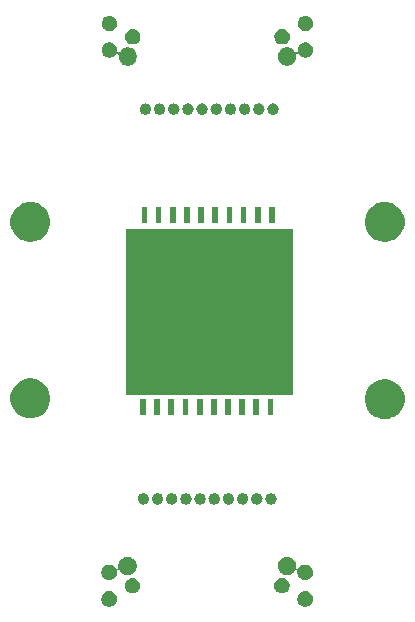
<source format=gbr>
G04 #@! TF.GenerationSoftware,KiCad,Pcbnew,(5.1.0)-1*
G04 #@! TF.CreationDate,2021-08-05T13:01:27-06:00*
G04 #@! TF.ProjectId,_autosave-Igloo19,5f617574-6f73-4617-9665-2d49676c6f6f,rev?*
G04 #@! TF.SameCoordinates,Original*
G04 #@! TF.FileFunction,Soldermask,Top*
G04 #@! TF.FilePolarity,Negative*
%FSLAX46Y46*%
G04 Gerber Fmt 4.6, Leading zero omitted, Abs format (unit mm)*
G04 Created by KiCad (PCBNEW (5.1.0)-1) date 2021-08-05 13:01:27*
%MOMM*%
%LPD*%
G04 APERTURE LIST*
%ADD10C,0.100000*%
%ADD11C,0.500000*%
G04 APERTURE END LIST*
D10*
G36*
X186190000Y-82550000D02*
G01*
X172120000Y-82550000D01*
X172120000Y-68580000D01*
X186190000Y-68580000D01*
X186190000Y-82550000D01*
G37*
X186190000Y-82550000D02*
X172120000Y-82550000D01*
X172120000Y-68580000D01*
X186190000Y-68580000D01*
X186190000Y-82550000D01*
D11*
X173990000Y-58440000D02*
G75*
G03X173990000Y-58440000I-250000J0D01*
G01*
X175190000Y-58440000D02*
G75*
G03X175190000Y-58440000I-250000J0D01*
G01*
X176390000Y-58440000D02*
G75*
G03X176390000Y-58440000I-250000J0D01*
G01*
X177590000Y-58440000D02*
G75*
G03X177590000Y-58440000I-250000J0D01*
G01*
X178790000Y-58440000D02*
G75*
G03X178790000Y-58440000I-250000J0D01*
G01*
X179990000Y-58440000D02*
G75*
G03X179990000Y-58440000I-250000J0D01*
G01*
X181190000Y-58440000D02*
G75*
G03X181190000Y-58440000I-250000J0D01*
G01*
X182390000Y-58440000D02*
G75*
G03X182390000Y-58440000I-250000J0D01*
G01*
X183590000Y-58440000D02*
G75*
G03X183590000Y-58440000I-250000J0D01*
G01*
X184790000Y-58440000D02*
G75*
G03X184790000Y-58440000I-250000J0D01*
G01*
X173820000Y-91440000D02*
G75*
G03X173820000Y-91440000I-250000J0D01*
G01*
X175020000Y-91440000D02*
G75*
G03X175020000Y-91440000I-250000J0D01*
G01*
X176220000Y-91440000D02*
G75*
G03X176220000Y-91440000I-250000J0D01*
G01*
X177420000Y-91440000D02*
G75*
G03X177420000Y-91440000I-250000J0D01*
G01*
X178620000Y-91440000D02*
G75*
G03X178620000Y-91440000I-250000J0D01*
G01*
X179820000Y-91440000D02*
G75*
G03X179820000Y-91440000I-250000J0D01*
G01*
X181020000Y-91440000D02*
G75*
G03X181020000Y-91440000I-250000J0D01*
G01*
X182220000Y-91440000D02*
G75*
G03X182220000Y-91440000I-250000J0D01*
G01*
X183420000Y-91440000D02*
G75*
G03X183420000Y-91440000I-250000J0D01*
G01*
X184620000Y-91440000D02*
G75*
G03X184620000Y-91440000I-250000J0D01*
G01*
D10*
G36*
X187461055Y-99270171D02*
G01*
X187580257Y-99319546D01*
X187580259Y-99319547D01*
X187687538Y-99391228D01*
X187778772Y-99482462D01*
X187850453Y-99589741D01*
X187850454Y-99589743D01*
X187899829Y-99708945D01*
X187925000Y-99835487D01*
X187925000Y-99964513D01*
X187899829Y-100091055D01*
X187850454Y-100210257D01*
X187850453Y-100210259D01*
X187778772Y-100317538D01*
X187687538Y-100408772D01*
X187580259Y-100480453D01*
X187580258Y-100480454D01*
X187580257Y-100480454D01*
X187461055Y-100529829D01*
X187334513Y-100555000D01*
X187205487Y-100555000D01*
X187078945Y-100529829D01*
X186959743Y-100480454D01*
X186959742Y-100480454D01*
X186959741Y-100480453D01*
X186852462Y-100408772D01*
X186761228Y-100317538D01*
X186689547Y-100210259D01*
X186689546Y-100210257D01*
X186640171Y-100091055D01*
X186615000Y-99964513D01*
X186615000Y-99835487D01*
X186640171Y-99708945D01*
X186689546Y-99589743D01*
X186689547Y-99589741D01*
X186761228Y-99482462D01*
X186852462Y-99391228D01*
X186959741Y-99319547D01*
X186959743Y-99319546D01*
X187078945Y-99270171D01*
X187205487Y-99245000D01*
X187334513Y-99245000D01*
X187461055Y-99270171D01*
X187461055Y-99270171D01*
G37*
G36*
X170861055Y-99270171D02*
G01*
X170980257Y-99319546D01*
X170980259Y-99319547D01*
X171087538Y-99391228D01*
X171178772Y-99482462D01*
X171250453Y-99589741D01*
X171250454Y-99589743D01*
X171299829Y-99708945D01*
X171325000Y-99835487D01*
X171325000Y-99964513D01*
X171299829Y-100091055D01*
X171250454Y-100210257D01*
X171250453Y-100210259D01*
X171178772Y-100317538D01*
X171087538Y-100408772D01*
X170980259Y-100480453D01*
X170980258Y-100480454D01*
X170980257Y-100480454D01*
X170861055Y-100529829D01*
X170734513Y-100555000D01*
X170605487Y-100555000D01*
X170478945Y-100529829D01*
X170359743Y-100480454D01*
X170359742Y-100480454D01*
X170359741Y-100480453D01*
X170252462Y-100408772D01*
X170161228Y-100317538D01*
X170089547Y-100210259D01*
X170089546Y-100210257D01*
X170040171Y-100091055D01*
X170015000Y-99964513D01*
X170015000Y-99835487D01*
X170040171Y-99708945D01*
X170089546Y-99589743D01*
X170089547Y-99589741D01*
X170161228Y-99482462D01*
X170252462Y-99391228D01*
X170359741Y-99319547D01*
X170359743Y-99319546D01*
X170478945Y-99270171D01*
X170605487Y-99245000D01*
X170734513Y-99245000D01*
X170861055Y-99270171D01*
X170861055Y-99270171D01*
G37*
G36*
X172836055Y-98150171D02*
G01*
X172955257Y-98199546D01*
X172955259Y-98199547D01*
X173062538Y-98271228D01*
X173153772Y-98362462D01*
X173225453Y-98469741D01*
X173225454Y-98469743D01*
X173274829Y-98588945D01*
X173300000Y-98715487D01*
X173300000Y-98844513D01*
X173274829Y-98971055D01*
X173225454Y-99090257D01*
X173225453Y-99090259D01*
X173153772Y-99197538D01*
X173062538Y-99288772D01*
X172955259Y-99360453D01*
X172955258Y-99360454D01*
X172955257Y-99360454D01*
X172836055Y-99409829D01*
X172709513Y-99435000D01*
X172580487Y-99435000D01*
X172453945Y-99409829D01*
X172334743Y-99360454D01*
X172334742Y-99360454D01*
X172334741Y-99360453D01*
X172227462Y-99288772D01*
X172136228Y-99197538D01*
X172064547Y-99090259D01*
X172064546Y-99090257D01*
X172015171Y-98971055D01*
X171990000Y-98844513D01*
X171990000Y-98715487D01*
X172015171Y-98588945D01*
X172064546Y-98469743D01*
X172064547Y-98469741D01*
X172136228Y-98362462D01*
X172227462Y-98271228D01*
X172334741Y-98199547D01*
X172334743Y-98199546D01*
X172453945Y-98150171D01*
X172580487Y-98125000D01*
X172709513Y-98125000D01*
X172836055Y-98150171D01*
X172836055Y-98150171D01*
G37*
G36*
X185486055Y-98150171D02*
G01*
X185605257Y-98199546D01*
X185605259Y-98199547D01*
X185712538Y-98271228D01*
X185803772Y-98362462D01*
X185875453Y-98469741D01*
X185875454Y-98469743D01*
X185924829Y-98588945D01*
X185950000Y-98715487D01*
X185950000Y-98844513D01*
X185924829Y-98971055D01*
X185875454Y-99090257D01*
X185875453Y-99090259D01*
X185803772Y-99197538D01*
X185712538Y-99288772D01*
X185605259Y-99360453D01*
X185605258Y-99360454D01*
X185605257Y-99360454D01*
X185486055Y-99409829D01*
X185359513Y-99435000D01*
X185230487Y-99435000D01*
X185103945Y-99409829D01*
X184984743Y-99360454D01*
X184984742Y-99360454D01*
X184984741Y-99360453D01*
X184877462Y-99288772D01*
X184786228Y-99197538D01*
X184714547Y-99090259D01*
X184714546Y-99090257D01*
X184665171Y-98971055D01*
X184640000Y-98844513D01*
X184640000Y-98715487D01*
X184665171Y-98588945D01*
X184714546Y-98469743D01*
X184714547Y-98469741D01*
X184786228Y-98362462D01*
X184877462Y-98271228D01*
X184984741Y-98199547D01*
X184984743Y-98199546D01*
X185103945Y-98150171D01*
X185230487Y-98125000D01*
X185359513Y-98125000D01*
X185486055Y-98150171D01*
X185486055Y-98150171D01*
G37*
G36*
X185946348Y-96353820D02*
G01*
X185946350Y-96353821D01*
X185946351Y-96353821D01*
X186087574Y-96412317D01*
X186087577Y-96412319D01*
X186214669Y-96497239D01*
X186322761Y-96605331D01*
X186407681Y-96732423D01*
X186407683Y-96732426D01*
X186466179Y-96873649D01*
X186466180Y-96873652D01*
X186496000Y-97023569D01*
X186496000Y-97176432D01*
X186490303Y-97205074D01*
X186487901Y-97229460D01*
X186490303Y-97253846D01*
X186497416Y-97277295D01*
X186508968Y-97298905D01*
X186524513Y-97317847D01*
X186543455Y-97333392D01*
X186565066Y-97344943D01*
X186588515Y-97352056D01*
X186612901Y-97354458D01*
X186637287Y-97352056D01*
X186660736Y-97344943D01*
X186682346Y-97333391D01*
X186701288Y-97317846D01*
X186716833Y-97298904D01*
X186761226Y-97232465D01*
X186761228Y-97232462D01*
X186852462Y-97141228D01*
X186959741Y-97069547D01*
X186959743Y-97069546D01*
X187078945Y-97020171D01*
X187205487Y-96995000D01*
X187334513Y-96995000D01*
X187461055Y-97020171D01*
X187580257Y-97069546D01*
X187580259Y-97069547D01*
X187687538Y-97141228D01*
X187778772Y-97232462D01*
X187850453Y-97339741D01*
X187850454Y-97339743D01*
X187899829Y-97458945D01*
X187925000Y-97585487D01*
X187925000Y-97714513D01*
X187899829Y-97841055D01*
X187897706Y-97846180D01*
X187850453Y-97960259D01*
X187778772Y-98067538D01*
X187687538Y-98158772D01*
X187580259Y-98230453D01*
X187580258Y-98230454D01*
X187580257Y-98230454D01*
X187461055Y-98279829D01*
X187334513Y-98305000D01*
X187205487Y-98305000D01*
X187078945Y-98279829D01*
X186959743Y-98230454D01*
X186959742Y-98230454D01*
X186959741Y-98230453D01*
X186852462Y-98158772D01*
X186761228Y-98067538D01*
X186689547Y-97960259D01*
X186642294Y-97846180D01*
X186640171Y-97841055D01*
X186615000Y-97714513D01*
X186615000Y-97578709D01*
X186616079Y-97567755D01*
X186613678Y-97543369D01*
X186606565Y-97519920D01*
X186595014Y-97498309D01*
X186579469Y-97479367D01*
X186560528Y-97463821D01*
X186538917Y-97452270D01*
X186515468Y-97445156D01*
X186491082Y-97442754D01*
X186466696Y-97445155D01*
X186443247Y-97452268D01*
X186421636Y-97463819D01*
X186402694Y-97479364D01*
X186387147Y-97498308D01*
X186322761Y-97594669D01*
X186214669Y-97702761D01*
X186087577Y-97787681D01*
X186087574Y-97787683D01*
X185946351Y-97846179D01*
X185946350Y-97846179D01*
X185946348Y-97846180D01*
X185796431Y-97876000D01*
X185643569Y-97876000D01*
X185493652Y-97846180D01*
X185493650Y-97846179D01*
X185493649Y-97846179D01*
X185352426Y-97787683D01*
X185352423Y-97787681D01*
X185225331Y-97702761D01*
X185117239Y-97594669D01*
X185032319Y-97467577D01*
X185032317Y-97467574D01*
X184973821Y-97326351D01*
X184968362Y-97298905D01*
X184944000Y-97176431D01*
X184944000Y-97023569D01*
X184973820Y-96873652D01*
X184973821Y-96873649D01*
X185032317Y-96732426D01*
X185032319Y-96732423D01*
X185117239Y-96605331D01*
X185225331Y-96497239D01*
X185352423Y-96412319D01*
X185352426Y-96412317D01*
X185493649Y-96353821D01*
X185493650Y-96353821D01*
X185493652Y-96353820D01*
X185643569Y-96324000D01*
X185796431Y-96324000D01*
X185946348Y-96353820D01*
X185946348Y-96353820D01*
G37*
G36*
X172446348Y-96353820D02*
G01*
X172446350Y-96353821D01*
X172446351Y-96353821D01*
X172587574Y-96412317D01*
X172587577Y-96412319D01*
X172714669Y-96497239D01*
X172822761Y-96605331D01*
X172907681Y-96732423D01*
X172907683Y-96732426D01*
X172966179Y-96873649D01*
X172966180Y-96873652D01*
X172996000Y-97023569D01*
X172996000Y-97176431D01*
X172971639Y-97298905D01*
X172966179Y-97326351D01*
X172907683Y-97467574D01*
X172907681Y-97467577D01*
X172822761Y-97594669D01*
X172714669Y-97702761D01*
X172587577Y-97787681D01*
X172587574Y-97787683D01*
X172446351Y-97846179D01*
X172446350Y-97846179D01*
X172446348Y-97846180D01*
X172296431Y-97876000D01*
X172143569Y-97876000D01*
X171993652Y-97846180D01*
X171993650Y-97846179D01*
X171993649Y-97846179D01*
X171852426Y-97787683D01*
X171852423Y-97787681D01*
X171725331Y-97702761D01*
X171617239Y-97594669D01*
X171552853Y-97498308D01*
X171537308Y-97479366D01*
X171518366Y-97463820D01*
X171496755Y-97452269D01*
X171473307Y-97445156D01*
X171448920Y-97442754D01*
X171424534Y-97445156D01*
X171401085Y-97452269D01*
X171379475Y-97463820D01*
X171360533Y-97479365D01*
X171344987Y-97498307D01*
X171333436Y-97519918D01*
X171326323Y-97543366D01*
X171323921Y-97567753D01*
X171325000Y-97578708D01*
X171325000Y-97714513D01*
X171299829Y-97841055D01*
X171297706Y-97846180D01*
X171250453Y-97960259D01*
X171178772Y-98067538D01*
X171087538Y-98158772D01*
X170980259Y-98230453D01*
X170980258Y-98230454D01*
X170980257Y-98230454D01*
X170861055Y-98279829D01*
X170734513Y-98305000D01*
X170605487Y-98305000D01*
X170478945Y-98279829D01*
X170359743Y-98230454D01*
X170359742Y-98230454D01*
X170359741Y-98230453D01*
X170252462Y-98158772D01*
X170161228Y-98067538D01*
X170089547Y-97960259D01*
X170042294Y-97846180D01*
X170040171Y-97841055D01*
X170015000Y-97714513D01*
X170015000Y-97585487D01*
X170040171Y-97458945D01*
X170089546Y-97339743D01*
X170089547Y-97339741D01*
X170161228Y-97232462D01*
X170252462Y-97141228D01*
X170359741Y-97069547D01*
X170359743Y-97069546D01*
X170478945Y-97020171D01*
X170605487Y-96995000D01*
X170734513Y-96995000D01*
X170861055Y-97020171D01*
X170980257Y-97069546D01*
X170980259Y-97069547D01*
X171087538Y-97141228D01*
X171178772Y-97232462D01*
X171178774Y-97232465D01*
X171223167Y-97298904D01*
X171238712Y-97317846D01*
X171257654Y-97333392D01*
X171279265Y-97344943D01*
X171302714Y-97352056D01*
X171327100Y-97354458D01*
X171351486Y-97352056D01*
X171374935Y-97344943D01*
X171396545Y-97333392D01*
X171415487Y-97317847D01*
X171431033Y-97298905D01*
X171442584Y-97277294D01*
X171449697Y-97253845D01*
X171452099Y-97229459D01*
X171449697Y-97205074D01*
X171444000Y-97176432D01*
X171444000Y-97023569D01*
X171473820Y-96873652D01*
X171473821Y-96873649D01*
X171532317Y-96732426D01*
X171532319Y-96732423D01*
X171617239Y-96605331D01*
X171725331Y-96497239D01*
X171852423Y-96412319D01*
X171852426Y-96412317D01*
X171993649Y-96353821D01*
X171993650Y-96353821D01*
X171993652Y-96353820D01*
X172143569Y-96324000D01*
X172296431Y-96324000D01*
X172446348Y-96353820D01*
X172446348Y-96353820D01*
G37*
G36*
X194328337Y-81339338D02*
G01*
X194490913Y-81371677D01*
X194617780Y-81424227D01*
X194797198Y-81498544D01*
X194797199Y-81498545D01*
X195072850Y-81682729D01*
X195307271Y-81917150D01*
X195307272Y-81917152D01*
X195491456Y-82192802D01*
X195618323Y-82499088D01*
X195683000Y-82824238D01*
X195683000Y-83155762D01*
X195618323Y-83480912D01*
X195491456Y-83787198D01*
X195491455Y-83787199D01*
X195307271Y-84062850D01*
X195072850Y-84297271D01*
X194999922Y-84346000D01*
X194797198Y-84481456D01*
X194659908Y-84538323D01*
X194490913Y-84608323D01*
X194328337Y-84640661D01*
X194165762Y-84673000D01*
X193834238Y-84673000D01*
X193671663Y-84640662D01*
X193509087Y-84608323D01*
X193340092Y-84538323D01*
X193202802Y-84481456D01*
X193000078Y-84346000D01*
X192927150Y-84297271D01*
X192692729Y-84062850D01*
X192508545Y-83787199D01*
X192508544Y-83787198D01*
X192381677Y-83480912D01*
X192317000Y-83155762D01*
X192317000Y-82824238D01*
X192381677Y-82499088D01*
X192508544Y-82192802D01*
X192692728Y-81917152D01*
X192692729Y-81917150D01*
X192927150Y-81682729D01*
X193202801Y-81498545D01*
X193202802Y-81498544D01*
X193382220Y-81424227D01*
X193509087Y-81371677D01*
X193671663Y-81339339D01*
X193834238Y-81307000D01*
X194165762Y-81307000D01*
X194328337Y-81339338D01*
X194328337Y-81339338D01*
G37*
G36*
X164328337Y-81269338D02*
G01*
X164490913Y-81301677D01*
X164617780Y-81354227D01*
X164797198Y-81428544D01*
X164934088Y-81520011D01*
X165072850Y-81612729D01*
X165307271Y-81847150D01*
X165307272Y-81847152D01*
X165491456Y-82122802D01*
X165618323Y-82429088D01*
X165683000Y-82754238D01*
X165683000Y-83085762D01*
X165618323Y-83410912D01*
X165491456Y-83717198D01*
X165491455Y-83717199D01*
X165307271Y-83992850D01*
X165072850Y-84227271D01*
X164968086Y-84297272D01*
X164797198Y-84411456D01*
X164628204Y-84481455D01*
X164490913Y-84538323D01*
X164328337Y-84570661D01*
X164165762Y-84603000D01*
X163834238Y-84603000D01*
X163671663Y-84570661D01*
X163509087Y-84538323D01*
X163371796Y-84481455D01*
X163202802Y-84411456D01*
X163031914Y-84297272D01*
X162927150Y-84227271D01*
X162692729Y-83992850D01*
X162508545Y-83717199D01*
X162508544Y-83717198D01*
X162381677Y-83410912D01*
X162317000Y-83085762D01*
X162317000Y-82754238D01*
X162381677Y-82429088D01*
X162508544Y-82122802D01*
X162692728Y-81847152D01*
X162692729Y-81847150D01*
X162927150Y-81612729D01*
X163065912Y-81520011D01*
X163202802Y-81428544D01*
X163382220Y-81354227D01*
X163509087Y-81301677D01*
X163671663Y-81269339D01*
X163834238Y-81237000D01*
X164165762Y-81237000D01*
X164328337Y-81269338D01*
X164328337Y-81269338D01*
G37*
G36*
X184575000Y-84346000D02*
G01*
X184092000Y-84346000D01*
X184092000Y-82994000D01*
X184575000Y-82994000D01*
X184575000Y-84346000D01*
X184575000Y-84346000D01*
G37*
G36*
X173775000Y-84346000D02*
G01*
X173292000Y-84346000D01*
X173292000Y-82994000D01*
X173775000Y-82994000D01*
X173775000Y-84346000D01*
X173775000Y-84346000D01*
G37*
G36*
X174975000Y-84346000D02*
G01*
X174492000Y-84346000D01*
X174492000Y-82994000D01*
X174975000Y-82994000D01*
X174975000Y-84346000D01*
X174975000Y-84346000D01*
G37*
G36*
X176175000Y-84346000D02*
G01*
X175692000Y-84346000D01*
X175692000Y-82994000D01*
X176175000Y-82994000D01*
X176175000Y-84346000D01*
X176175000Y-84346000D01*
G37*
G36*
X177375000Y-84346000D02*
G01*
X176892000Y-84346000D01*
X176892000Y-82994000D01*
X177375000Y-82994000D01*
X177375000Y-84346000D01*
X177375000Y-84346000D01*
G37*
G36*
X178575000Y-84346000D02*
G01*
X178092000Y-84346000D01*
X178092000Y-82994000D01*
X178575000Y-82994000D01*
X178575000Y-84346000D01*
X178575000Y-84346000D01*
G37*
G36*
X179775000Y-84346000D02*
G01*
X179292000Y-84346000D01*
X179292000Y-82994000D01*
X179775000Y-82994000D01*
X179775000Y-84346000D01*
X179775000Y-84346000D01*
G37*
G36*
X180975000Y-84346000D02*
G01*
X180492000Y-84346000D01*
X180492000Y-82994000D01*
X180975000Y-82994000D01*
X180975000Y-84346000D01*
X180975000Y-84346000D01*
G37*
G36*
X182175000Y-84346000D02*
G01*
X181692000Y-84346000D01*
X181692000Y-82994000D01*
X182175000Y-82994000D01*
X182175000Y-84346000D01*
X182175000Y-84346000D01*
G37*
G36*
X183375000Y-84346000D02*
G01*
X182892000Y-84346000D01*
X182892000Y-82994000D01*
X183375000Y-82994000D01*
X183375000Y-84346000D01*
X183375000Y-84346000D01*
G37*
G36*
X194328337Y-66339338D02*
G01*
X194490913Y-66371677D01*
X194617780Y-66424227D01*
X194797198Y-66498544D01*
X194797199Y-66498545D01*
X195072850Y-66682729D01*
X195307271Y-66917150D01*
X195307272Y-66917152D01*
X195491456Y-67192802D01*
X195618323Y-67499088D01*
X195683000Y-67824238D01*
X195683000Y-68155762D01*
X195618323Y-68480912D01*
X195491456Y-68787198D01*
X195491455Y-68787199D01*
X195307271Y-69062850D01*
X195072850Y-69297271D01*
X194934088Y-69389989D01*
X194797198Y-69481456D01*
X194617780Y-69555773D01*
X194490913Y-69608323D01*
X194328337Y-69640661D01*
X194165762Y-69673000D01*
X193834238Y-69673000D01*
X193671663Y-69640661D01*
X193509087Y-69608323D01*
X193382220Y-69555773D01*
X193202802Y-69481456D01*
X193065912Y-69389989D01*
X192927150Y-69297271D01*
X192692729Y-69062850D01*
X192508545Y-68787199D01*
X192508544Y-68787198D01*
X192381677Y-68480912D01*
X192317000Y-68155762D01*
X192317000Y-67824238D01*
X192381677Y-67499088D01*
X192508544Y-67192802D01*
X192692728Y-66917152D01*
X192692729Y-66917150D01*
X192927150Y-66682729D01*
X193202801Y-66498545D01*
X193202802Y-66498544D01*
X193382220Y-66424227D01*
X193509087Y-66371677D01*
X193671663Y-66339338D01*
X193834238Y-66307000D01*
X194165762Y-66307000D01*
X194328337Y-66339338D01*
X194328337Y-66339338D01*
G37*
G36*
X164328337Y-66339338D02*
G01*
X164490913Y-66371677D01*
X164617780Y-66424227D01*
X164797198Y-66498544D01*
X164797199Y-66498545D01*
X165072850Y-66682729D01*
X165307271Y-66917150D01*
X165307272Y-66917152D01*
X165491456Y-67192802D01*
X165618323Y-67499088D01*
X165683000Y-67824238D01*
X165683000Y-68155762D01*
X165618323Y-68480912D01*
X165491456Y-68787198D01*
X165491455Y-68787199D01*
X165307271Y-69062850D01*
X165072850Y-69297271D01*
X164934088Y-69389989D01*
X164797198Y-69481456D01*
X164617780Y-69555773D01*
X164490913Y-69608323D01*
X164328337Y-69640661D01*
X164165762Y-69673000D01*
X163834238Y-69673000D01*
X163671663Y-69640661D01*
X163509087Y-69608323D01*
X163382220Y-69555773D01*
X163202802Y-69481456D01*
X163065912Y-69389989D01*
X162927150Y-69297271D01*
X162692729Y-69062850D01*
X162508545Y-68787199D01*
X162508544Y-68787198D01*
X162381677Y-68480912D01*
X162317000Y-68155762D01*
X162317000Y-67824238D01*
X162381677Y-67499088D01*
X162508544Y-67192802D01*
X162692728Y-66917152D01*
X162692729Y-66917150D01*
X162927150Y-66682729D01*
X163202801Y-66498545D01*
X163202802Y-66498544D01*
X163382220Y-66424227D01*
X163509087Y-66371677D01*
X163671663Y-66339338D01*
X163834238Y-66307000D01*
X164165762Y-66307000D01*
X164328337Y-66339338D01*
X164328337Y-66339338D01*
G37*
G36*
X181095000Y-68086000D02*
G01*
X180612000Y-68086000D01*
X180612000Y-66734000D01*
X181095000Y-66734000D01*
X181095000Y-68086000D01*
X181095000Y-68086000D01*
G37*
G36*
X184695000Y-68086000D02*
G01*
X184212000Y-68086000D01*
X184212000Y-66734000D01*
X184695000Y-66734000D01*
X184695000Y-68086000D01*
X184695000Y-68086000D01*
G37*
G36*
X183495000Y-68086000D02*
G01*
X183012000Y-68086000D01*
X183012000Y-66734000D01*
X183495000Y-66734000D01*
X183495000Y-68086000D01*
X183495000Y-68086000D01*
G37*
G36*
X182295000Y-68086000D02*
G01*
X181812000Y-68086000D01*
X181812000Y-66734000D01*
X182295000Y-66734000D01*
X182295000Y-68086000D01*
X182295000Y-68086000D01*
G37*
G36*
X179895000Y-68086000D02*
G01*
X179412000Y-68086000D01*
X179412000Y-66734000D01*
X179895000Y-66734000D01*
X179895000Y-68086000D01*
X179895000Y-68086000D01*
G37*
G36*
X178695000Y-68086000D02*
G01*
X178212000Y-68086000D01*
X178212000Y-66734000D01*
X178695000Y-66734000D01*
X178695000Y-68086000D01*
X178695000Y-68086000D01*
G37*
G36*
X173895000Y-68086000D02*
G01*
X173412000Y-68086000D01*
X173412000Y-66734000D01*
X173895000Y-66734000D01*
X173895000Y-68086000D01*
X173895000Y-68086000D01*
G37*
G36*
X175095000Y-68086000D02*
G01*
X174612000Y-68086000D01*
X174612000Y-66734000D01*
X175095000Y-66734000D01*
X175095000Y-68086000D01*
X175095000Y-68086000D01*
G37*
G36*
X176295000Y-68086000D02*
G01*
X175812000Y-68086000D01*
X175812000Y-66734000D01*
X176295000Y-66734000D01*
X176295000Y-68086000D01*
X176295000Y-68086000D01*
G37*
G36*
X177495000Y-68086000D02*
G01*
X177012000Y-68086000D01*
X177012000Y-66734000D01*
X177495000Y-66734000D01*
X177495000Y-68086000D01*
X177495000Y-68086000D01*
G37*
G36*
X187481055Y-52800171D02*
G01*
X187600257Y-52849546D01*
X187600259Y-52849547D01*
X187707538Y-52921228D01*
X187798772Y-53012462D01*
X187870453Y-53119741D01*
X187870454Y-53119743D01*
X187919829Y-53238945D01*
X187945000Y-53365487D01*
X187945000Y-53494513D01*
X187919829Y-53621055D01*
X187913122Y-53637246D01*
X187870453Y-53740259D01*
X187798772Y-53847538D01*
X187707538Y-53938772D01*
X187600259Y-54010453D01*
X187600258Y-54010454D01*
X187600257Y-54010454D01*
X187481055Y-54059829D01*
X187354513Y-54085000D01*
X187225487Y-54085000D01*
X187098945Y-54059829D01*
X186979743Y-54010454D01*
X186979742Y-54010454D01*
X186979741Y-54010453D01*
X186872462Y-53938772D01*
X186781228Y-53847538D01*
X186736833Y-53781096D01*
X186721288Y-53762154D01*
X186702346Y-53746608D01*
X186680735Y-53735057D01*
X186657286Y-53727944D01*
X186632900Y-53725542D01*
X186608514Y-53727944D01*
X186585065Y-53735057D01*
X186563455Y-53746608D01*
X186544513Y-53762153D01*
X186528967Y-53781095D01*
X186517416Y-53802706D01*
X186510303Y-53826155D01*
X186507901Y-53850541D01*
X186510303Y-53874926D01*
X186516000Y-53903568D01*
X186516000Y-54056429D01*
X186486179Y-54206351D01*
X186427683Y-54347574D01*
X186427681Y-54347577D01*
X186342761Y-54474669D01*
X186234669Y-54582761D01*
X186107577Y-54667681D01*
X186107574Y-54667683D01*
X185966351Y-54726179D01*
X185966350Y-54726179D01*
X185966348Y-54726180D01*
X185816431Y-54756000D01*
X185663569Y-54756000D01*
X185513652Y-54726180D01*
X185513650Y-54726179D01*
X185513649Y-54726179D01*
X185372426Y-54667683D01*
X185372423Y-54667681D01*
X185245331Y-54582761D01*
X185137239Y-54474669D01*
X185052319Y-54347577D01*
X185052317Y-54347574D01*
X184993821Y-54206351D01*
X184964000Y-54056429D01*
X184964000Y-53903569D01*
X184993820Y-53753652D01*
X184996737Y-53746609D01*
X185052317Y-53612426D01*
X185060195Y-53600636D01*
X185137239Y-53485331D01*
X185245331Y-53377239D01*
X185372423Y-53292319D01*
X185372426Y-53292317D01*
X185513649Y-53233821D01*
X185513650Y-53233821D01*
X185513652Y-53233820D01*
X185663569Y-53204000D01*
X185816431Y-53204000D01*
X185966348Y-53233820D01*
X185966350Y-53233821D01*
X185966351Y-53233821D01*
X186107574Y-53292317D01*
X186107577Y-53292319D01*
X186234669Y-53377239D01*
X186342761Y-53485331D01*
X186407147Y-53581692D01*
X186422692Y-53600634D01*
X186441634Y-53616180D01*
X186463245Y-53627731D01*
X186486693Y-53634844D01*
X186511080Y-53637246D01*
X186535466Y-53634844D01*
X186558915Y-53627731D01*
X186580525Y-53616180D01*
X186599467Y-53600635D01*
X186615013Y-53581693D01*
X186626564Y-53560082D01*
X186633677Y-53536634D01*
X186636079Y-53512247D01*
X186635000Y-53501292D01*
X186635000Y-53365487D01*
X186660171Y-53238945D01*
X186709546Y-53119743D01*
X186709547Y-53119741D01*
X186781228Y-53012462D01*
X186872462Y-52921228D01*
X186979741Y-52849547D01*
X186979743Y-52849546D01*
X187098945Y-52800171D01*
X187225487Y-52775000D01*
X187354513Y-52775000D01*
X187481055Y-52800171D01*
X187481055Y-52800171D01*
G37*
G36*
X170881055Y-52800171D02*
G01*
X171000257Y-52849546D01*
X171000259Y-52849547D01*
X171107538Y-52921228D01*
X171198772Y-53012462D01*
X171270453Y-53119741D01*
X171270454Y-53119743D01*
X171319829Y-53238945D01*
X171345000Y-53365487D01*
X171345000Y-53501291D01*
X171343921Y-53512245D01*
X171346322Y-53536631D01*
X171353435Y-53560080D01*
X171364986Y-53581691D01*
X171380531Y-53600633D01*
X171399472Y-53616179D01*
X171421083Y-53627730D01*
X171444532Y-53634844D01*
X171468918Y-53637246D01*
X171493304Y-53634845D01*
X171516753Y-53627732D01*
X171538364Y-53616181D01*
X171557306Y-53600636D01*
X171572853Y-53581692D01*
X171637239Y-53485331D01*
X171745331Y-53377239D01*
X171872423Y-53292319D01*
X171872426Y-53292317D01*
X172013649Y-53233821D01*
X172013650Y-53233821D01*
X172013652Y-53233820D01*
X172163569Y-53204000D01*
X172316431Y-53204000D01*
X172466348Y-53233820D01*
X172466350Y-53233821D01*
X172466351Y-53233821D01*
X172607574Y-53292317D01*
X172607577Y-53292319D01*
X172734669Y-53377239D01*
X172842761Y-53485331D01*
X172919805Y-53600636D01*
X172927683Y-53612426D01*
X172983263Y-53746609D01*
X172986180Y-53753652D01*
X173016000Y-53903569D01*
X173016000Y-54056429D01*
X172986179Y-54206351D01*
X172927683Y-54347574D01*
X172927681Y-54347577D01*
X172842761Y-54474669D01*
X172734669Y-54582761D01*
X172607577Y-54667681D01*
X172607574Y-54667683D01*
X172466351Y-54726179D01*
X172466350Y-54726179D01*
X172466348Y-54726180D01*
X172316431Y-54756000D01*
X172163569Y-54756000D01*
X172013652Y-54726180D01*
X172013650Y-54726179D01*
X172013649Y-54726179D01*
X171872426Y-54667683D01*
X171872423Y-54667681D01*
X171745331Y-54582761D01*
X171637239Y-54474669D01*
X171552319Y-54347577D01*
X171552317Y-54347574D01*
X171493821Y-54206351D01*
X171464000Y-54056429D01*
X171464000Y-53903568D01*
X171469697Y-53874926D01*
X171472099Y-53850540D01*
X171469697Y-53826154D01*
X171462584Y-53802705D01*
X171451032Y-53781095D01*
X171435487Y-53762153D01*
X171416545Y-53746608D01*
X171394934Y-53735057D01*
X171371485Y-53727944D01*
X171347099Y-53725542D01*
X171322713Y-53727944D01*
X171299264Y-53735057D01*
X171277654Y-53746609D01*
X171258712Y-53762154D01*
X171243167Y-53781096D01*
X171198772Y-53847538D01*
X171107538Y-53938772D01*
X171000259Y-54010453D01*
X171000258Y-54010454D01*
X171000257Y-54010454D01*
X170881055Y-54059829D01*
X170754513Y-54085000D01*
X170625487Y-54085000D01*
X170498945Y-54059829D01*
X170379743Y-54010454D01*
X170379742Y-54010454D01*
X170379741Y-54010453D01*
X170272462Y-53938772D01*
X170181228Y-53847538D01*
X170109547Y-53740259D01*
X170066878Y-53637246D01*
X170060171Y-53621055D01*
X170035000Y-53494513D01*
X170035000Y-53365487D01*
X170060171Y-53238945D01*
X170109546Y-53119743D01*
X170109547Y-53119741D01*
X170181228Y-53012462D01*
X170272462Y-52921228D01*
X170379741Y-52849547D01*
X170379743Y-52849546D01*
X170498945Y-52800171D01*
X170625487Y-52775000D01*
X170754513Y-52775000D01*
X170881055Y-52800171D01*
X170881055Y-52800171D01*
G37*
G36*
X172856055Y-51670171D02*
G01*
X172975257Y-51719546D01*
X172975259Y-51719547D01*
X173082538Y-51791228D01*
X173173772Y-51882462D01*
X173245453Y-51989741D01*
X173245454Y-51989743D01*
X173294829Y-52108945D01*
X173320000Y-52235487D01*
X173320000Y-52364513D01*
X173294829Y-52491055D01*
X173245454Y-52610257D01*
X173245453Y-52610259D01*
X173173772Y-52717538D01*
X173082538Y-52808772D01*
X172975259Y-52880453D01*
X172975258Y-52880454D01*
X172975257Y-52880454D01*
X172856055Y-52929829D01*
X172729513Y-52955000D01*
X172600487Y-52955000D01*
X172473945Y-52929829D01*
X172354743Y-52880454D01*
X172354742Y-52880454D01*
X172354741Y-52880453D01*
X172247462Y-52808772D01*
X172156228Y-52717538D01*
X172084547Y-52610259D01*
X172084546Y-52610257D01*
X172035171Y-52491055D01*
X172010000Y-52364513D01*
X172010000Y-52235487D01*
X172035171Y-52108945D01*
X172084546Y-51989743D01*
X172084547Y-51989741D01*
X172156228Y-51882462D01*
X172247462Y-51791228D01*
X172354741Y-51719547D01*
X172354743Y-51719546D01*
X172473945Y-51670171D01*
X172600487Y-51645000D01*
X172729513Y-51645000D01*
X172856055Y-51670171D01*
X172856055Y-51670171D01*
G37*
G36*
X185506055Y-51670171D02*
G01*
X185625257Y-51719546D01*
X185625259Y-51719547D01*
X185732538Y-51791228D01*
X185823772Y-51882462D01*
X185895453Y-51989741D01*
X185895454Y-51989743D01*
X185944829Y-52108945D01*
X185970000Y-52235487D01*
X185970000Y-52364513D01*
X185944829Y-52491055D01*
X185895454Y-52610257D01*
X185895453Y-52610259D01*
X185823772Y-52717538D01*
X185732538Y-52808772D01*
X185625259Y-52880453D01*
X185625258Y-52880454D01*
X185625257Y-52880454D01*
X185506055Y-52929829D01*
X185379513Y-52955000D01*
X185250487Y-52955000D01*
X185123945Y-52929829D01*
X185004743Y-52880454D01*
X185004742Y-52880454D01*
X185004741Y-52880453D01*
X184897462Y-52808772D01*
X184806228Y-52717538D01*
X184734547Y-52610259D01*
X184734546Y-52610257D01*
X184685171Y-52491055D01*
X184660000Y-52364513D01*
X184660000Y-52235487D01*
X184685171Y-52108945D01*
X184734546Y-51989743D01*
X184734547Y-51989741D01*
X184806228Y-51882462D01*
X184897462Y-51791228D01*
X185004741Y-51719547D01*
X185004743Y-51719546D01*
X185123945Y-51670171D01*
X185250487Y-51645000D01*
X185379513Y-51645000D01*
X185506055Y-51670171D01*
X185506055Y-51670171D01*
G37*
G36*
X170881055Y-50550171D02*
G01*
X171000257Y-50599546D01*
X171000259Y-50599547D01*
X171107538Y-50671228D01*
X171198772Y-50762462D01*
X171270453Y-50869741D01*
X171270454Y-50869743D01*
X171319829Y-50988945D01*
X171345000Y-51115487D01*
X171345000Y-51244513D01*
X171319829Y-51371055D01*
X171270454Y-51490257D01*
X171270453Y-51490259D01*
X171198772Y-51597538D01*
X171107538Y-51688772D01*
X171000259Y-51760453D01*
X171000258Y-51760454D01*
X171000257Y-51760454D01*
X170881055Y-51809829D01*
X170754513Y-51835000D01*
X170625487Y-51835000D01*
X170498945Y-51809829D01*
X170379743Y-51760454D01*
X170379742Y-51760454D01*
X170379741Y-51760453D01*
X170272462Y-51688772D01*
X170181228Y-51597538D01*
X170109547Y-51490259D01*
X170109546Y-51490257D01*
X170060171Y-51371055D01*
X170035000Y-51244513D01*
X170035000Y-51115487D01*
X170060171Y-50988945D01*
X170109546Y-50869743D01*
X170109547Y-50869741D01*
X170181228Y-50762462D01*
X170272462Y-50671228D01*
X170379741Y-50599547D01*
X170379743Y-50599546D01*
X170498945Y-50550171D01*
X170625487Y-50525000D01*
X170754513Y-50525000D01*
X170881055Y-50550171D01*
X170881055Y-50550171D01*
G37*
G36*
X187481055Y-50550171D02*
G01*
X187600257Y-50599546D01*
X187600259Y-50599547D01*
X187707538Y-50671228D01*
X187798772Y-50762462D01*
X187870453Y-50869741D01*
X187870454Y-50869743D01*
X187919829Y-50988945D01*
X187945000Y-51115487D01*
X187945000Y-51244513D01*
X187919829Y-51371055D01*
X187870454Y-51490257D01*
X187870453Y-51490259D01*
X187798772Y-51597538D01*
X187707538Y-51688772D01*
X187600259Y-51760453D01*
X187600258Y-51760454D01*
X187600257Y-51760454D01*
X187481055Y-51809829D01*
X187354513Y-51835000D01*
X187225487Y-51835000D01*
X187098945Y-51809829D01*
X186979743Y-51760454D01*
X186979742Y-51760454D01*
X186979741Y-51760453D01*
X186872462Y-51688772D01*
X186781228Y-51597538D01*
X186709547Y-51490259D01*
X186709546Y-51490257D01*
X186660171Y-51371055D01*
X186635000Y-51244513D01*
X186635000Y-51115487D01*
X186660171Y-50988945D01*
X186709546Y-50869743D01*
X186709547Y-50869741D01*
X186781228Y-50762462D01*
X186872462Y-50671228D01*
X186979741Y-50599547D01*
X186979743Y-50599546D01*
X187098945Y-50550171D01*
X187225487Y-50525000D01*
X187354513Y-50525000D01*
X187481055Y-50550171D01*
X187481055Y-50550171D01*
G37*
M02*

</source>
